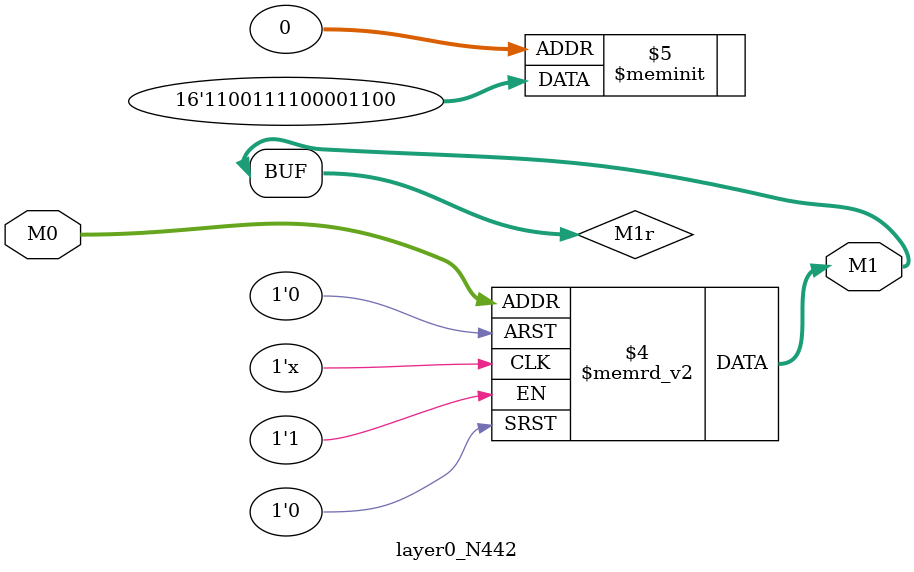
<source format=v>
module layer0_N442 ( input [2:0] M0, output [1:0] M1 );

	(*rom_style = "distributed" *) reg [1:0] M1r;
	assign M1 = M1r;
	always @ (M0) begin
		case (M0)
			3'b000: M1r = 2'b00;
			3'b100: M1r = 2'b11;
			3'b010: M1r = 2'b00;
			3'b110: M1r = 2'b00;
			3'b001: M1r = 2'b11;
			3'b101: M1r = 2'b11;
			3'b011: M1r = 2'b00;
			3'b111: M1r = 2'b11;

		endcase
	end
endmodule

</source>
